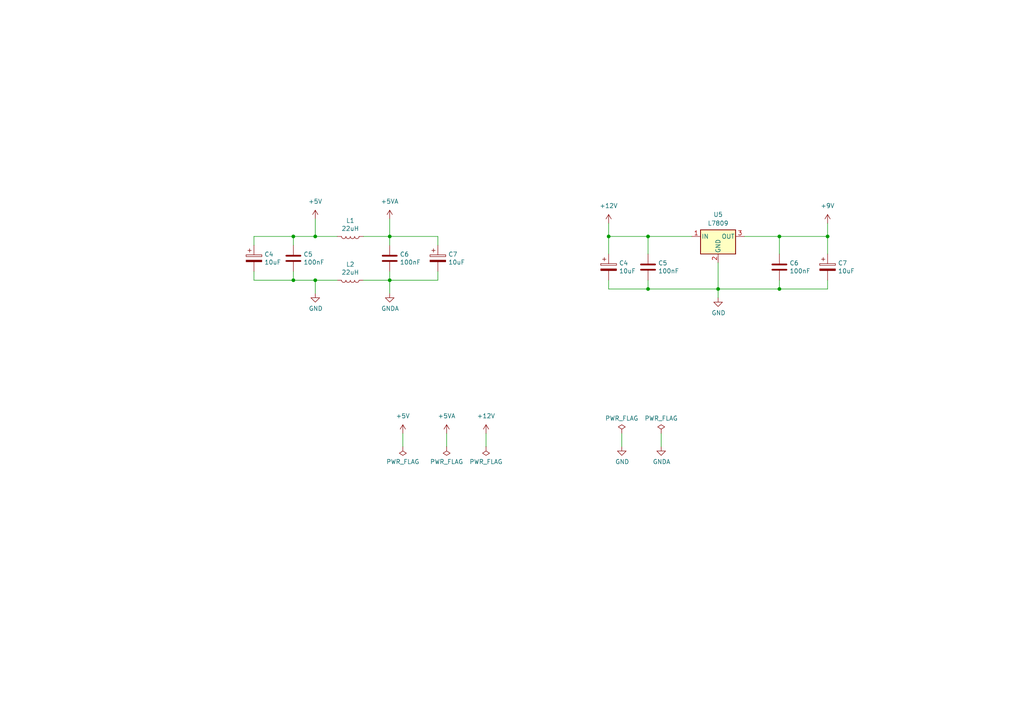
<source format=kicad_sch>
(kicad_sch (version 20230121) (generator eeschema)
  (paper "A4")
  (lib_symbols
    (symbol "Device:C" (pin_numbers hide) (pin_names (offset 0.254))
      (property "Reference" "C" (at 0.635 2.54 0))
      (property "Value" "C" (at 0.635 -2.54 0))
      (symbol "C_0_1"
        (polyline (pts (xy -2.032 -0.762) (xy 2.032 -0.762)) (stroke (width 0.508)))
        (polyline (pts (xy -2.032 0.762) (xy 2.032 0.762)) (stroke (width 0.508)))
      )
      (symbol "C_1_1"
        (pin passive line (at 0 3.81 270) (length 2.794) (name "~") (number "1"))
        (pin passive line (at 0 -3.81 90) (length 2.794) (name "~") (number "2"))
      )
    )
    (symbol "Device:C_Polarized" (pin_numbers hide) (pin_names (offset 0.254))
      (property "Reference" "C" (at 0.635 2.54 0))
      (property "Value" "C_Polarized" (at 0.635 -2.54 0))
      (symbol "C_Polarized_0_1"
        (rectangle (start -2.286 0.508) (end 2.286 1.016))
        (polyline (pts (xy -1.778 2.286) (xy -0.762 2.286)))
        (polyline (pts (xy -1.27 2.794) (xy -1.27 1.778)))
        (rectangle (start 2.286 -0.508) (end -2.286 -1.016) (fill (type outline)))
      )
      (symbol "C_Polarized_1_1"
        (pin passive line (at 0 3.81 270) (length 2.794) (name "~") (number "1"))
        (pin passive line (at 0 -3.81 90) (length 2.794) (name "~") (number "2"))
      )
    )
    (symbol "Device:L" (pin_numbers hide) (pin_names (offset 1.016) hide)
      (property "Reference" "L" (at -1.27 0 90))
      (property "Value" "L" (at 1.905 0 90))
      (symbol "L_0_1"
        (arc (start 0 -2.54) (mid 0.6323 -1.905) (end 0 -1.27))
        (arc (start 0 -1.27) (mid 0.6323 -0.635) (end 0 0))
        (arc (start 0 0) (mid 0.6323 0.635) (end 0 1.27))
        (arc (start 0 1.27) (mid 0.6323 1.905) (end 0 2.54))
      )
      (symbol "L_1_1"
        (pin passive line (at 0 3.81 270) (length 1.27) (name "1") (number "1"))
        (pin passive line (at 0 -3.81 90) (length 1.27) (name "2") (number "2"))
      )
    )
    (symbol "Regulator_Linear:L7809" (pin_names (offset 0.254))
      (property "Reference" "U" (at -3.81 3.175 0))
      (property "Value" "L7809" (at 0 3.175 0))
      (symbol "L7809_0_1"
        (rectangle (start -5.08 1.905) (end 5.08 -5.08) (stroke (width 0.254)) (fill (type background)))
      )
      (symbol "L7809_1_1"
        (pin power_in line (at -7.62 0 0) (length 2.54) (name "IN") (number "1"))
        (pin power_in line (at 0 -7.62 90) (length 2.54) (name "GND") (number "2"))
        (pin power_out line (at 7.62 0 180) (length 2.54) (name "OUT") (number "3"))
      )
    )
    (symbol "power:+12V" (power) (pin_names (offset 0))
      (property "Value" "+12V" (at 0 3.556 0))
      (symbol "+12V_0_1"
        (polyline (pts (xy -0.762 1.27) (xy 0 2.54)))
        (polyline (pts (xy 0 0) (xy 0 2.54)))
        (polyline (pts (xy 0 2.54) (xy 0.762 1.27)))
      )
      (symbol "+12V_1_1"
        (pin power_in line (at 0 0 90) (length 0) hide (name "+12V") (number "1"))
      )
    )
    (symbol "power:+5V" (power) (pin_names (offset 0))
      (property "Value" "+5V" (at 0 3.556 0))
      (symbol "+5V_0_1"
        (polyline (pts (xy -0.762 1.27) (xy 0 2.54)))
        (polyline (pts (xy 0 0) (xy 0 2.54)))
        (polyline (pts (xy 0 2.54) (xy 0.762 1.27)))
      )
      (symbol "+5V_1_1"
        (pin power_in line (at 0 0 90) (length 0) hide (name "+5V") (number "1"))
      )
    )
    (symbol "power:+5VA" (power) (pin_names (offset 0))
      (property "Value" "+5VA" (at 0 3.556 0))
      (symbol "+5VA_0_1"
        (polyline (pts (xy -0.762 1.27) (xy 0 2.54)))
        (polyline (pts (xy 0 0) (xy 0 2.54)))
        (polyline (pts (xy 0 2.54) (xy 0.762 1.27)))
      )
      (symbol "+5VA_1_1"
        (pin power_in line (at 0 0 90) (length 0) hide (name "+5VA") (number "1"))
      )
    )
    (symbol "power:+9V" (power) (pin_names (offset 0))
      (property "Value" "+9V" (at 0 3.556 0))
      (symbol "+9V_0_1"
        (polyline (pts (xy -0.762 1.27) (xy 0 2.54)))
        (polyline (pts (xy 0 0) (xy 0 2.54)))
        (polyline (pts (xy 0 2.54) (xy 0.762 1.27)))
      )
      (symbol "+9V_1_1"
        (pin power_in line (at 0 0 90) (length 0) hide (name "+9V") (number "1"))
      )
    )
    (symbol "power:GND" (power) (pin_names (offset 0))
      (property "Value" "GND" (at 0 -3.81 0))
      (symbol "GND_0_1"
        (polyline (pts (xy 0 0) (xy 0 -1.27) (xy 1.27 -1.27) (xy 0 -2.54) (xy -1.27 -1.27) (xy 0 -1.27)))
      )
      (symbol "GND_1_1"
        (pin power_in line (at 0 0 270) (length 0) hide (name "GND") (number "1"))
      )
    )
    (symbol "power:GNDA" (power) (pin_names (offset 0))
      (property "Value" "GNDA" (at 0 -3.81 0))
      (symbol "GNDA_0_1"
        (polyline (pts (xy 0 0) (xy 0 -1.27) (xy 1.27 -1.27) (xy 0 -2.54) (xy -1.27 -1.27) (xy 0 -1.27)))
      )
      (symbol "GNDA_1_1"
        (pin power_in line (at 0 0 270) (length 0) hide (name "GNDA") (number "1"))
      )
    )
    (symbol "power:PWR_FLAG" (power) (pin_numbers hide) (pin_names (offset 0) hide)
      (property "Value" "PWR_FLAG" (at 0 3.81 0))
      (symbol "PWR_FLAG_0_0"
        (pin power_out line (at 0 0 90) (length 0) (name "pwr") (number "1"))
      )
      (symbol "PWR_FLAG_0_1"
        (polyline (pts (xy 0 0) (xy 0 1.27) (xy -1.016 1.905) (xy 0 2.54) (xy 1.016 1.905) (xy 0 1.27)))
      )
    )
  )
  (junction (at 85.09 81.28))
  (junction (at 240.03 68.58))
  (junction (at 226.06 68.58))
  (junction (at 187.96 68.58))
  (junction (at 113.03 81.28))
  (junction (at 91.44 81.28))
  (junction (at 85.09 68.58))
  (junction (at 208.28 83.82))
  (junction (at 176.53 68.58))
  (junction (at 91.44 68.58))
  (junction (at 226.06 83.82))
  (junction (at 113.03 68.58))
  (junction (at 187.96 83.82))
  (wire (pts (xy 113.03 68.58) (xy 127 68.58)))
  (wire (pts (xy 240.03 64.77) (xy 240.03 68.58)))
  (wire (pts (xy 91.44 81.28) (xy 97.79 81.28)))
  (wire (pts (xy 176.53 83.82) (xy 187.96 83.82)))
  (wire (pts (xy 127 81.28) (xy 127 78.74)))
  (wire (pts (xy 176.53 81.28) (xy 176.53 83.82)))
  (wire (pts (xy 176.53 68.58) (xy 187.96 68.58)))
  (wire (pts (xy 187.96 68.58) (xy 187.96 73.66)))
  (wire (pts (xy 113.03 81.28) (xy 127 81.28)))
  (wire (pts (xy 240.03 68.58) (xy 240.03 73.66)))
  (wire (pts (xy 85.09 68.58) (xy 73.66 68.58)))
  (wire (pts (xy 127 68.58) (xy 127 71.12)))
  (wire (pts (xy 113.03 78.74) (xy 113.03 81.28)))
  (wire (pts (xy 85.09 78.74) (xy 85.09 81.28)))
  (wire (pts (xy 129.54 129.54) (xy 129.54 125.73)))
  (wire (pts (xy 208.28 83.82) (xy 226.06 83.82)))
  (wire (pts (xy 191.77 125.73) (xy 191.77 129.54)))
  (wire (pts (xy 240.03 83.82) (xy 240.03 81.28)))
  (wire (pts (xy 73.66 78.74) (xy 73.66 81.28)))
  (wire (pts (xy 226.06 68.58) (xy 240.03 68.58)))
  (wire (pts (xy 180.34 125.73) (xy 180.34 129.54)))
  (wire (pts (xy 91.44 68.58) (xy 97.79 68.58)))
  (wire (pts (xy 73.66 81.28) (xy 85.09 81.28)))
  (wire (pts (xy 215.9 68.58) (xy 226.06 68.58)))
  (wire (pts (xy 73.66 68.58) (xy 73.66 71.12)))
  (wire (pts (xy 226.06 81.28) (xy 226.06 83.82)))
  (wire (pts (xy 208.28 76.2) (xy 208.28 83.82)))
  (wire (pts (xy 187.96 68.58) (xy 200.66 68.58)))
  (wire (pts (xy 226.06 68.58) (xy 226.06 73.66)))
  (wire (pts (xy 208.28 83.82) (xy 208.28 86.36)))
  (wire (pts (xy 85.09 68.58) (xy 85.09 71.12)))
  (wire (pts (xy 176.53 64.77) (xy 176.53 68.58)))
  (wire (pts (xy 91.44 68.58) (xy 85.09 68.58)))
  (wire (pts (xy 116.84 129.54) (xy 116.84 125.73)))
  (wire (pts (xy 85.09 81.28) (xy 91.44 81.28)))
  (wire (pts (xy 113.03 71.12) (xy 113.03 68.58)))
  (wire (pts (xy 113.03 85.09) (xy 113.03 81.28)))
  (wire (pts (xy 91.44 85.09) (xy 91.44 81.28)))
  (wire (pts (xy 226.06 83.82) (xy 240.03 83.82)))
  (wire (pts (xy 176.53 68.58) (xy 176.53 73.66)))
  (wire (pts (xy 91.44 63.5) (xy 91.44 68.58)))
  (wire (pts (xy 113.03 63.5) (xy 113.03 68.58)))
  (wire (pts (xy 105.41 68.58) (xy 113.03 68.58)))
  (wire (pts (xy 187.96 83.82) (xy 208.28 83.82)))
  (wire (pts (xy 187.96 81.28) (xy 187.96 83.82)))
  (wire (pts (xy 140.97 129.54) (xy 140.97 125.73)))
  (wire (pts (xy 105.41 81.28) (xy 113.03 81.28)))
  (symbol (lib_id "Device:C_Polarized") (at 176.53 77.47 0) (unit 1)
    (property "Reference" "C4" (at 179.5272 76.3016 0) (effects (justify left)))
    (property "Value" "10uF" (at 179.5272 78.613 0) (effects (justify left)))
    (property "Footprint" "Capacitor_THT:CP_Radial_D5.0mm_P2.50mm" (effects hide))
    (instances (project "AudioYM2151" (path "" (reference "C4") (unit 1))) (project "AudioSID" (path "" (reference "C32") (unit 1)) (path "" (reference "C36") (unit 1))))
  )
  (symbol (lib_id "power:+5VA") (at 113.03 63.5 0) (unit 1)
    (property "Reference" "#PWR047" (effects hide))
    (property "Value" "+5VA" (at 113.03 58.42 0))
    (instances (project "AudioSID" (path "" (reference "#PWR047") (unit 1)) (path "" (reference "#PWR048") (unit 1))))
  )
  (symbol (lib_id "Device:C_Polarized") (at 127 74.93 0) (unit 1)
    (property "Reference" "C7" (at 129.9972 73.7616 0) (effects (justify left)))
    (property "Value" "10uF" (at 129.9972 76.073 0) (effects (justify left)))
    (property "Footprint" "Capacitor_THT:CP_Radial_D5.0mm_P2.50mm" (effects hide))
    (instances (project "AudioYM2151" (path "" (reference "C7") (unit 1))) (project "AudioSID" (path "" (reference "C35") (unit 1)) (path "" (reference "C35") (unit 1))))
  )
  (symbol (lib_id "power:GNDA") (at 191.77 129.54 0) (unit 1)
    (property "Reference" "#PWR024" (effects hide))
    (property "Value" "GNDA" (at 191.897 133.9342 0))
    (instances (project "AudioYM2151" (path "" (reference "#PWR024") (unit 1))) (project "AudioSID" (path "" (reference "#PWR050") (unit 1)) (path "" (reference "#PWR056") (unit 1))))
  )
  (symbol (lib_id "power:GND") (at 208.28 86.36 0) (unit 1)
    (property "Reference" "#PWR022" (effects hide))
    (property "Value" "GND" (at 208.407 90.7542 0))
    (instances (project "AudioYM2151" (path "" (reference "#PWR022") (unit 1))) (project "AudioSID" (path "" (reference "#PWR048") (unit 1)) (path "" (reference "#PWR053") (unit 1))))
  )
  (symbol (lib_id "Device:L") (at 101.6 68.58 270) (unit 1)
    (property "Reference" "L1" (at 101.6 63.9826 90))
    (property "Value" "22uH" (at 101.6 66.294 90))
    (property "Footprint" "Inductor_THT:L_Axial_L7.0mm_D3.3mm_P12.70mm_Horizontal_Fastron_MICC" (effects hide))
  )
  (symbol (lib_id "power:GND") (at 180.34 129.54 0) (unit 1)
    (property "Reference" "#PWR022" (effects hide))
    (property "Value" "GND" (at 180.467 133.9342 0))
    (instances (project "AudioYM2151" (path "" (reference "#PWR022") (unit 1))) (project "AudioSID" (path "" (reference "#PWR048") (unit 1)) (path "" (reference "#PWR051") (unit 1))))
  )
  (symbol (lib_id "power:+12V") (at 176.53 64.77 0) (unit 1)
    (property "Reference" "#PWR052" (effects hide))
    (property "Value" "+12V" (at 176.53 59.69 0))
  )
  (symbol (lib_id "Device:C") (at 187.96 77.47 0) (unit 1)
    (property "Reference" "C5" (at 190.881 76.3016 0) (effects (justify left)))
    (property "Value" "100nF" (at 190.881 78.613 0) (effects (justify left)))
    (property "Footprint" "Capacitor_THT:C_Disc_D5.0mm_W2.5mm_P2.50mm" (effects hide))
    (instances (project "AudioYM2151" (path "" (reference "C5") (unit 1))) (project "AudioSID" (path "" (reference "C33") (unit 1)) (path "" (reference "C37") (unit 1))))
  )
  (symbol (lib_id "power:PWR_FLAG") (at 191.77 125.73 0) (unit 1)
    (property "Reference" "#FLG02" (effects hide))
    (property "Value" "PWR_FLAG" (at 191.77 121.3358 0))
    (instances (project "AudioSID" (path "" (reference "#FLG02") (unit 1)) (path "" (reference "#FLG04") (unit 1))))
  )
  (symbol (lib_id "power:+5VA") (at 129.54 125.73 0) (unit 1)
    (property "Reference" "#PWR047" (effects hide))
    (property "Value" "+5VA" (at 129.54 120.65 0))
    (instances (project "AudioSID" (path "" (reference "#PWR047") (unit 1)) (path "" (reference "#PWR050") (unit 1))))
  )
  (symbol (lib_id "Device:C") (at 85.09 74.93 0) (unit 1)
    (property "Reference" "C5" (at 88.011 73.7616 0) (effects (justify left)))
    (property "Value" "100nF" (at 88.011 76.073 0) (effects (justify left)))
    (property "Footprint" "Capacitor_THT:C_Disc_D5.0mm_W2.5mm_P2.50mm" (effects hide))
    (instances (project "AudioYM2151" (path "" (reference "C5") (unit 1))) (project "AudioSID" (path "" (reference "C33") (unit 1)) (path "" (reference "C33") (unit 1))))
  )
  (symbol (lib_id "Device:C") (at 113.03 74.93 0) (unit 1)
    (property "Reference" "C6" (at 115.951 73.7616 0) (effects (justify left)))
    (property "Value" "100nF" (at 115.951 76.073 0) (effects (justify left)))
    (property "Footprint" "Capacitor_THT:C_Disc_D5.0mm_W2.5mm_P2.50mm" (effects hide))
    (instances (project "AudioYM2151" (path "" (reference "C6") (unit 1))) (project "AudioSID" (path "" (reference "C34") (unit 1)) (path "" (reference "C34") (unit 1))))
  )
  (symbol (lib_id "power:GNDA") (at 113.03 85.09 0) (unit 1)
    (property "Reference" "#PWR024" (effects hide))
    (property "Value" "GNDA" (at 113.157 89.4842 0))
    (instances (project "AudioYM2151" (path "" (reference "#PWR024") (unit 1))) (project "AudioSID" (path "" (reference "#PWR050") (unit 1)) (path "" (reference "#PWR049") (unit 1))))
  )
  (symbol (lib_id "power:PWR_FLAG") (at 116.84 129.54 180) (unit 1)
    (property "Reference" "#FLG01" (effects hide))
    (property "Value" "PWR_FLAG" (at 116.84 133.9342 0))
    (instances (project "AudioSID" (path "" (reference "#FLG01") (unit 1)) (path "" (reference "#FLG03") (unit 1))))
  )
  (symbol (lib_id "power:GND") (at 91.44 85.09 0) (unit 1)
    (property "Reference" "#PWR022" (effects hide))
    (property "Value" "GND" (at 91.567 89.4842 0))
    (instances (project "AudioYM2151" (path "" (reference "#PWR022") (unit 1))) (project "AudioSID" (path "" (reference "#PWR048") (unit 1)) (path "" (reference "#PWR047") (unit 1))))
  )
  (symbol (lib_id "Device:C_Polarized") (at 240.03 77.47 0) (unit 1)
    (property "Reference" "C7" (at 243.0272 76.3016 0) (effects (justify left)))
    (property "Value" "10uF" (at 243.0272 78.613 0) (effects (justify left)))
    (property "Footprint" "Capacitor_THT:CP_Radial_D5.0mm_P2.50mm" (effects hide))
    (instances (project "AudioYM2151" (path "" (reference "C7") (unit 1))) (project "AudioSID" (path "" (reference "C35") (unit 1)) (path "" (reference "C39") (unit 1))))
  )
  (symbol (lib_id "power:+12V") (at 140.97 125.73 0) (unit 1)
    (property "Reference" "#PWR057" (effects hide))
    (property "Value" "+12V" (at 140.97 120.65 0))
  )
  (symbol (lib_id "Device:C") (at 226.06 77.47 0) (unit 1)
    (property "Reference" "C6" (at 228.981 76.3016 0) (effects (justify left)))
    (property "Value" "100nF" (at 228.981 78.613 0) (effects (justify left)))
    (property "Footprint" "Capacitor_THT:C_Disc_D5.0mm_W2.5mm_P2.50mm" (effects hide))
    (instances (project "AudioYM2151" (path "" (reference "C6") (unit 1))) (project "AudioSID" (path "" (reference "C34") (unit 1)) (path "" (reference "C38") (unit 1))))
  )
  (symbol (lib_id "power:PWR_FLAG") (at 180.34 125.73 0) (unit 1)
    (property "Reference" "#FLG02" (effects hide))
    (property "Value" "PWR_FLAG" (at 180.34 121.3358 0))
  )
  (symbol (lib_id "Device:C_Polarized") (at 73.66 74.93 0) (unit 1)
    (property "Reference" "C4" (at 76.6572 73.7616 0) (effects (justify left)))
    (property "Value" "10uF" (at 76.6572 76.073 0) (effects (justify left)))
    (property "Footprint" "Capacitor_THT:CP_Radial_D5.0mm_P2.50mm" (effects hide))
    (instances (project "AudioYM2151" (path "" (reference "C4") (unit 1))) (project "AudioSID" (path "" (reference "C32") (unit 1)) (path "" (reference "C32") (unit 1))))
  )
  (symbol (lib_id "power:PWR_FLAG") (at 140.97 129.54 180) (unit 1)
    (property "Reference" "#FLG01" (effects hide))
    (property "Value" "PWR_FLAG" (at 140.97 133.9342 0))
    (instances (project "AudioSID" (path "" (reference "#FLG01") (unit 1)) (path "" (reference "#FLG05") (unit 1))))
  )
  (symbol (lib_id "power:+5V") (at 91.44 63.5 0) (unit 1)
    (property "Reference" "#PWR046" (effects hide))
    (property "Value" "+5V" (at 91.44 58.42 0))
  )
  (symbol (lib_id "power:PWR_FLAG") (at 129.54 129.54 180) (unit 1)
    (property "Reference" "#FLG01" (effects hide))
    (property "Value" "PWR_FLAG" (at 129.54 133.9342 0))
  )
  (symbol (lib_id "Regulator_Linear:L7809") (at 208.28 68.58 0) (unit 1)
    (property "Reference" "U5" (at 208.28 62.23 0))
    (property "Value" "L7809" (at 208.28 64.77 0))
    (property "Footprint" "Package_TO_SOT_THT:TO-220-3_Horizontal_TabDown" (effects hide))
    (property "Datasheet" "http://www.st.com/content/ccc/resource/technical/document/datasheet/41/4f/b3/b0/12/d4/47/88/CD00000444.pdf/files/CD00000444.pdf/jcr:content/translations/en.CD00000444.pdf" (effects hide))
  )
  (symbol (lib_id "power:+5V") (at 116.84 125.73 0) (unit 1)
    (property "Reference" "#PWR046" (effects hide))
    (property "Value" "+5V" (at 116.84 120.65 0))
    (instances (project "AudioSID" (path "" (reference "#PWR046") (unit 1)) (path "" (reference "#PWR055") (unit 1))))
  )
  (symbol (lib_id "power:+9V") (at 240.03 64.77 0) (unit 1)
    (property "Reference" "#PWR054" (effects hide))
    (property "Value" "+9V" (at 240.03 59.69 0))
  )
  (symbol (lib_id "Device:L") (at 101.6 81.28 270) (unit 1)
    (property "Reference" "L2" (at 101.6 76.6826 90))
    (property "Value" "22uH" (at 101.6 78.994 90))
    (property "Footprint" "Inductor_THT:L_Axial_L7.0mm_D3.3mm_P12.70mm_Horizontal_Fastron_MICC" (effects hide))
  )
)
</source>
